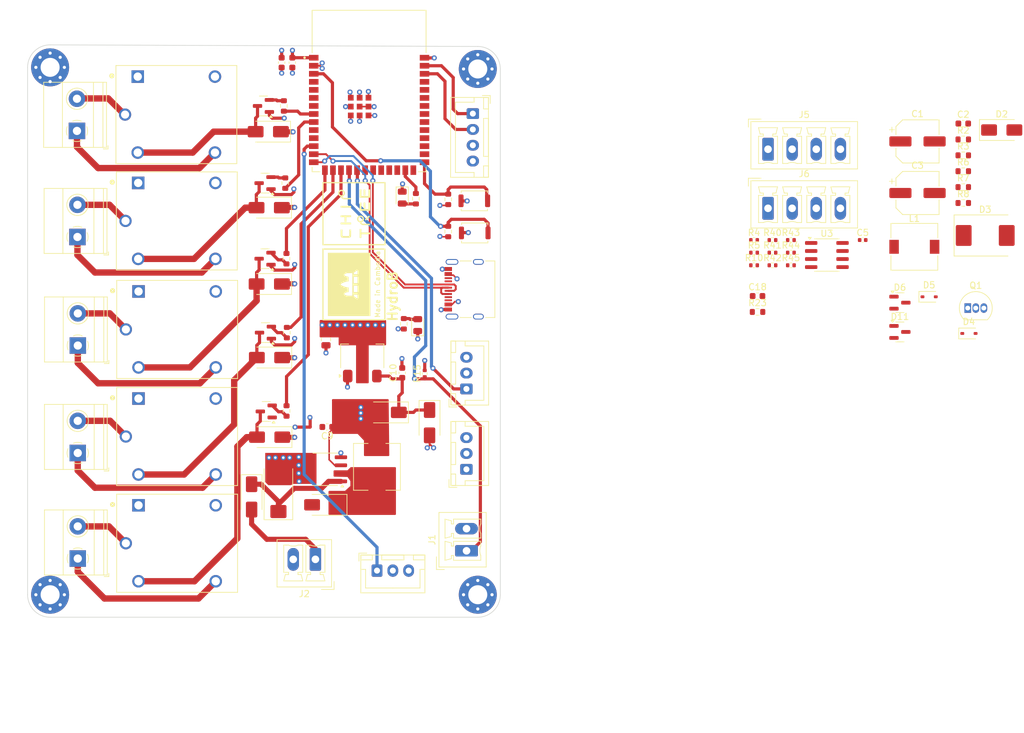
<source format=kicad_pcb>
(kicad_pcb (version 20240108) (generator "pcbnew") (generator_version "8.0")
  (layers (0 "F.Cu" signal) (31 "B.Cu" signal) (34 "B.Paste" user) (35 "F.Paste" user) (36 "B.SilkS" user "B.Silkscreen") (37 "F.SilkS" user "F.Silkscreen") (38 "B.Mask" user) (39 "F.Mask" user) (44 "Edge.Cuts" user))
  (net 0 "")
  (net 1 "GND")
  (net 2 "+24V")
  (net 3 "Net-(U2-BOOT)")
  (net 4 "Net-(D3-K)")
  (net 5 "+12V")
  (net 6 "+3.3V")
  (net 7 "+3V3")
  (net 8 "/HydroB/ESP32-S3/RESET")
  (net 9 "Net-(D1-A)")
  (net 10 "Net-(D2-A)")
  (net 11 "Net-(D4-A)")
  (net 12 "/HydroB/LCD/LED+")
  (net 13 "Net-(D5-A)")
  (net 14 "/HydroB/LCD/AVDD10")
  (net 15 "Net-(D6-A)")
  (net 16 "Net-(D6-COM)")
  (net 17 "Net-(D7-A)")
  (net 18 "Net-(D8-A)")
  (net 19 "Net-(D10-A)")
  (net 20 "Net-(D11-COM)")
  (net 21 "/HydroB/LCD/VGH")
  (net 22 "Net-(D14-A)")
  (net 23 "Net-(D15-A)")
  (net 24 "Net-(J5-Pin_2)")
  (net 25 "Net-(J5-Pin_3)")
  (net 26 "Net-(J14-Pin_1)")
  (net 27 "Net-(J14-Pin_2)")
  (net 28 "Net-(J15-Pin_2)")
  (net 29 "Net-(J15-Pin_1)")
  (net 30 "Net-(J16-Pin_2)")
  (net 31 "Net-(J16-Pin_1)")
  (net 32 "Net-(J17-Pin_1)")
  (net 33 "Net-(J17-Pin_2)")
  (net 34 "Net-(J18-Pin_1)")
  (net 35 "Net-(J18-Pin_2)")
  (net 38 "/HydroB/ESP32-S3/D-")
  (net 39 "/HydroB/ESP32-S3/D+")
  (net 51 "Net-(Q1-B)")
  (net 52 "Net-(Q1-C)")
  (net 53 "Net-(Q6-B)")
  (net 54 "Net-(Q7-B)")
  (net 55 "Net-(Q8-B)")
  (net 56 "Net-(Q9-B)")
  (net 57 "Net-(Q10-B)")
  (net 59 "Net-(U2-VSENSE)")
  (net 60 "Net-(U4-PG)")
  (net 61 "Net-(U4-NC)")
  (net 62 "/HydroB/Block Relay1/RELAY_1")
  (net 63 "/HydroB/Block Relay1/RELAY_4")
  (net 64 "/HydroB/Block Relay1/RELAY_2")
  (net 65 "/HydroB/Block Relay1/RELAY_5")
  (net 66 "/HydroB/Block Relay1/RELAY_3")
  (net 67 "/HydroB/ESP32-S3/BOOT")
  (net 68 "RST")
  (net 69 "INT")
  (net 70 "SCL")
  (net 71 "SDA")
  (net 72 "/HydroB/Block Sensor1/IO38")
  (net 73 "/HydroB/ESP32-S3/IO10")
  (net 75 "unconnected-(U1-IO11-Pad19)")
  (net 77 "/HydroB/ESP32-S3/IO46")
  (net 78 "/HydroB/ESP32-S3/IO14")
  (net 79 "/HydroB/ESP32-S3/IO1")
  (net 80 "/HydroB/ESP32-S3/IO16")
  (net 81 "/HydroB/Block Sensor1/RS485_RX")
  (net 82 "/HydroB/ESP32-S3/IO45")
  (net 83 "/HydroB/ESP32-S3/IO6")
  (net 84 "/HydroB/ESP32-S3/IO9")
  (net 85 "/HydroB/ESP32-S3/IO15")
  (net 87 "/HydroB/Block Sensor1/EN_RS485")
  (net 88 "/HydroB/ESP32-S3/IO42")
  (net 89 "/HydroB/ESP32-S3/IO4")
  (net 90 "/HydroB/ESP32-S3/IO8")
  (net 91 "/HydroB/ESP32-S3/IO3")
  (net 92 "/HydroB/ESP32-S3/IO7")
  (net 93 "/HydroB/ESP32-S3/IO40")
  (net 94 "/HydroB/ESP32-S3/IO48")
  (net 95 "/HydroB/ESP32-S3/IO41")
  (net 96 "/HydroB/ESP32-S3/IO5")
  (net 97 "/HydroB/ESP32-S3/IO39")
  (net 98 "/HydroB/Block Sensor1/RS485_TX")
  (net 99 "/HydroB/ESP32-S3/IO47")
  (net 101 "/HydroB/ESP32-S3/IO21")
  (footprint "Diode_SMD:D_SMA" (layer "F.Cu") (at 145.070472 73.091 180)
    (property "Reference" "D10" (hide yes))
    (property "Value" "1N4007")
  )
  (footprint "Resistor_SMD:R_0603_1608Metric" (layer "F.Cu") (at 173.352 76.860528 -90)
    (property "Reference" "R17" (hide yes))
    (property "Value" "10k")
  )
  (footprint "MOD FILE:XCVR_ESP32-S3-WROOM-1-N16R2" (layer "F.Cu") (at 160.859472 54.663)
    (property "Reference" "U1" (hide yes))
    (property "Value" "ESP32-S3-WROOM-1-N16R2")
  )
  (footprint "MountingHole:MountingHole_3mm_Pad_Via" (layer "F.Cu") (at 110.461472 50.927)
    (property "Reference" "H6" (hide yes))
    (property "Value" "MountingHole")
  )
  (footprint "Resistor_SMD:R_0603_1608Metric" (layer "F.Cu") (at 147.610472 69.215 90)
    (property "Reference" "R12" (hide yes))
    (property "Value" "470")
  )
  (footprint "Connector_Phoenix_MC:PhoenixContact_MCV_1,5_2-G-3.5_1x02_P3.50mm_Vertical" (layer "F.Cu") (at 152.371472 128.651 180)
    (property "Reference" "J2")
    (property "Value" "Conn_01x02_Pin")
  )
  (footprint "Diode_SMD:D_SMA" (layer "F.Cu") (at 260.797 60.824)
    (property "Reference" "D2")
    (property "Value" "1N4007")
  )
  (footprint "Diode_SMD:D_SMC" (layer "F.Cu") (at 258.187 77.484)
    (property "Reference" "D3")
    (property "Value" "B340")
  )
  (footprint "CHIPTREE_LOGO:cam10x10" (layer "F.Cu") (at 157.705472 85.217 90)
    (property "Reference" "G***" (hide yes))
    (property "Value" "LOGO" (hide yes))
  )
  (footprint "Connector_Phoenix_MC:PhoenixContact_MCV_1,5_4-G-3.81_1x04_P3.81mm_Vertical" (layer "F.Cu") (at 223.877 73.194)
    (property "Reference" "J6")
    (property "Value" "EC SENSOR")
  )
  (footprint "Inductor_SMD:L_7.3x7.3_H4.5" (layer "F.Cu") (at 246.992 79.274)
    (property "Reference" "L1")
    (property "Value" "68uH")
  )
  (footprint "Package_SO:SOIC-8_3.9x4.9mm_P1.27mm" (layer "F.Cu") (at 233.172 80.574)
    (property "Reference" "U3")
    (property "Value" "SN65HVD72DR")
  )
  (footprint "Package_TO_SOT_SMD:SOT-223-3_TabPin2" (layer "F.Cu") (at 159.774972 96.5435 90)
    (property "Reference" "U5" (hide yes))
    (property "Value" "AMS1117-3.3")
  )
  (footprint "Resistor_SMD:R_0603_1608Metric" (layer "F.Cu") (at 147.8115 105.205528 -90)
    (property "Reference" "R14" (hide yes))
    (property "Value" "470")
  )
  (footprint "Package_TO_SOT_SMD:SOT-23" (layer "F.Cu") (at 244.712 92.724)
    (property "Reference" "D11")
    (property "Value" "BAT54S")
  )
  (footprint "Connector_Phoenix_MC:PhoenixContact_MCV_1,5_4-G-3.81_1x04_P3.81mm_Vertical" (layer "F.Cu") (at 223.877 63.859)
    (property "Reference" "J5")
    (property "Value" "PH SENSOR")
  )
  (footprint "Package_TO_SOT_SMD:SOT-23" (layer "F.Cu") (at 144.418972 81.153 180)
    (property "Reference" "Q9" (hide yes))
    (property "Value" "S8050")
  )
  (footprint "Resistor_SMD:R_0402_1005Metric" (layer "F.Cu") (at 224.582 80.204)
    (property "Reference" "R41")
    (property "Value" "NC")
  )
  (footprint "Capacitor_SMD:C_0603_1608Metric" (layer "F.Cu") (at 148.727472 50.178 -90)
    (property "Reference" "C4" (hide yes))
    (property "Value" "10uF")
  )
  (footprint "Capacitor_SMD:C_0402_1005Metric" (layer "F.Cu") (at 238.832 78.204)
    (property "Reference" "C5")
    (property "Value" "0.1uF")
  )
  (footprint "Capacitor_SMD:C_0603_1608Metric" (layer "F.Cu") (at 154.244 107.734528 180)
    (property "Reference" "C9")
    (property "Value" "1uF")
  )
  (footprint "Connector_JST:JST_XH_B3B-XH-A_1x03_P2.50mm_Vertical" (layer "F.Cu") (at 176.230472 101.727 90)
    (property "Reference" "J21" (hide yes))
    (property "Value" "DS18B20 sensor")
  )
  (footprint "Connector_JST:JST_XH_B4B-XH-A_1x04_P2.50mm_Vertical" (layer "F.Cu") (at 177.244 58.234528 -90)
    (property "Reference" "J20" (hide yes))
    (property "Value" "LCD")
  )
  (footprint "SRD-05VDC-SL-C:RELAY_SRD-05VDC-SL-C" (layer "F.Cu") (at 130.475472 75.184)
    (property "Reference" "K8" (hide yes))
    (property "Value" "SRD-05VDC-SL-C")
  )
  (footprint "Package_SO:SOIC-8_3.9x4.9mm_P1.27mm" (layer "F.Cu") (at 153.927472 114.427 180)
    (property "Reference" "U4" (hide yes))
    (property "Value" "XL1509-5.0")
  )
  (footprint "Resistor_SMD:R_0603_1608Metric" (layer "F.Cu") (at 254.722 69.844)
    (property "Reference" "R7")
    (property "Value" "1.96M")
  )
  (footprint "Connector_JST:JST_XH_B3B-XH-A_1x03_P2.50mm_Vertical" (layer "F.Cu") (at 176.230472 114.427 90)
    (property "Reference" "J24" (hide yes))
    (property "Value" "Fan")
  )
  (footprint "Capacitor_SMD:CP_Elec_6.3x5.4_Nichicon" (layer "F.Cu") (at 247.492 70.774)
    (property "Reference" "C3")
    (property "Value" "47uF")
  )
  (footprint "Button_Switch_SMD:SW_Push_SPST_NO_Alps_SKRK" (layer "F.Cu") (at 177.543 77.083)
    (property "Reference" "SW3" (hide yes))
    (property "Value" "K2")
  )
  (footprint "Resistor_SMD:R_0402_1005Metric" (layer "F.Cu") (at 224.582 78.214)
    (property "Reference" "R40")
    (property "Value" "10k")
  )
  (footprint "Capacitor_Tantalum_SMD:CP_EIA-7343-30_AVX-N" (layer "F.Cu") (at 146.529472 117.983 90)
    (property "Reference" "C8" (hide yes))
    (property "Value" "470uf/35V")
  )
  (footprint "Resistor_SMD:R_0402_1005Metric" (layer "F.Cu") (at 221.672 82.194)
    (property "Reference" "R10")
    (property "Value" "2.1k")
  )
  (footprint "Diode_SMD:D_SMA" (layer "F.Cu") (at 153.844 120.034528 180)
    (property "Reference" "D17" (hide yes))
    (property "Value" "1N5820")
  )
  (footprint "Capacitor_SMD:CP_Elec_6.3x5.4_Nichicon" (layer "F.Cu") (at 247.492 62.624)
    (property "Reference" "C1")
    (property "Value" "4.7uF")
  )
  (footprint "Diode_SMD:D_SMA" (layer "F.Cu") (at 145.1465 109.348528 180)
    (property "Reference" "D15" (hide yes))
    (property "Value" "1N4007")
  )
  (footprint "Button_Switch_SMD:SW_Push_SPST_NO_Alps_SKRK" (layer "F.Cu") (at 177.475 72.009)
    (property "Reference" "SW4" (hide yes))
    (property "Value" "K1")
  )
  (footprint "Resistor_SMD:R_0603_1608Metric" (layer "F.Cu") (at 222.222 89.564)
    (property "Reference" "R23")
    (property "Value" "10k")
  )
  (footprint "Package_TO_SOT_SMD:SOT-23" (layer "F.Cu") (at 244.712 88.099)
    (property "Reference" "D6")
    (property "Value" "BAT54S")
  )
  (footprint "MountingHole:MountingHole_3mm_Pad_Via" (layer "F.Cu") (at 110.461472 134.239)
    (property "Reference" "H7" (hide yes))
    (property "Value" "MountingHole")
  )
  (footprint "Capacitor_SMD:C_0603_1608Metric" (layer "F.Cu") (at 254.722 59.804)
    (property "Reference" "C2")
    (property "Value" "0.01uF")
  )
  (footprint "Resistor_SMD:R_0603_1608Metric" (layer "F.Cu") (at 168.246472 71.6765 -90)
    (property "Reference" "R1" (hide yes))
    (property "Value" "1k")
  )
  (footprint "Diode_SMD:D_SMA" (layer "F.Cu") (at 145.083972 85.151 180)
    (property "Reference" "D14" (hide yes))
    (property "Value" "1N4007")
  )
  (footprint "Connector_JST:JST_XH_B3B-XH-A_1x03_P2.50mm_Vertical" (layer "F.Cu") (at 162.103472 130.429)
    (property "Reference" "J23" (hide yes))
    (property "Value" "PH sensor")
  )
  (footprint "Resistor_SMD:R_0603_1608Metric" (layer "F.Cu") (at 254.722 67.334)
    (property "Reference" "R6")
    (property "Value" "10K")
  )
  (footprint "Connector_Phoenix_MC:PhoenixContact_MCV_1,5_2-G-3.5_1x02_P3.50mm_Vertical" (layer "F.Cu") (at 176.247472 127.301 90)
    (property "Reference" "J1")
    (property "Value" "FAN")
  )
  (footprint "Resistor_SMD:R_0603_1608Metric" (layer "F.Cu") (at 254.722 62.314)
    (property "Reference" "R2")
    (property "Value" "10k")
  )
  (footprint "Resistor_SMD:R_0603_1608Metric" (layer "F.Cu") (at 173.352 71.780528 -90)
    (property "Reference" "R18" (hide yes))
    (property "Value" "10k")
  )
  (footprint "TerminalBlock_Phoenix:TerminalBlock_Phoenix_MKDS-1,5-2-5.08_1x02_P5.08mm_Horizontal" (layer "F.Cu") (at 114.838472 94.874 90)
    (property "Reference" "J17" (hide yes))
    (property "Value" "Screw_Terminal_01x02")
  )
  (footprint "Diode_SMD:D_SOD-323" (layer "F.Cu") (at 249.327 87.174)
    (property "Reference" "D5")
    (property "Value" "1N4148WS")
  )
  (footprint "Resistor_SMD:R_0402_1005Metric" (layer "F.Cu") (at 169.643472 99.312 90)
    (property "Reference" "R15")
    (property "Value" "120")
  )
  (footprint "Resistor_SMD:R_0603_1608Metric" (layer "F.Cu") (at 147.388472 57.023 90)
    (property "Reference" "R9" (hide yes))
    (property "Value" "470")
  )
  (footprint "Capacitor_SMD:C_0805_2012Metric" (layer "F.Cu") (at 154.044 93.884528 -90)
    (property "Reference" "C12" (hide yes))
    (property "Value" "10uf")
  )
  (footprint "Resistor_SMD:R_0402_1005Metric" (layer "F.Cu") (at 224.582 82.194)
    (property "Reference" "R42")
    (property "Value" "5.1K")
  )
  (footprint "Diode_SMD:D_SOD-323" (layer "F.Cu") (at 255.617 92.964)
    (property "Reference" "D4")
    (property "Value" "1N4148WS")
  )
  (footprint "Capacitor_SMD:C_0603_1608Metric" (layer "F.Cu") (at 147.037472 50.178 -90)
    (property "Reference" "C6" (hide yes))
    (property "Value" "0.1uF")
  )
  (footprint "Diode_SMD:D_SMA" (layer "F.Cu") (at 163.547472 105.434528 180)
    (property "Reference" "D18" (hide yes))
    (property "Value" "B120-E3")
  )
  (footprint "Resistor_SMD:R_0402_1005Metric" (layer "F.Cu") (at 227.492 82.194)
    (property "Reference" "R45")
    (property "Value" "NC")
  )
  (footprint "Connector_USB:USB_C_Receptacle_Palconn_UTC16-G" (layer "F.Cu") (at 175.880472 85.979 90)
    (property "Reference" "J26" (hide yes))
    (property "Value" "USB_C_2.0")
  )
  (footprint "MountingHole:MountingHole_3mm_Pad_Via" (layer "F.Cu") (at 178.025472 134.239)
    (property "Reference" "H5" (hide yes))
    (property "Value" "MountingHole")
  )
  (footprint "Package_TO_SOT_THT:TO-92_Inline" (layer "F.Cu") (at 255.432 88.954)
    (property "Reference" "Q1")
    (property "Value" "S8050")
  )
  (footprint "Resistor_SMD:R_0402_1005Metric" (layer "F.Cu") (at 227.492 80.204)
    (property "Reference" "R44")
    (property "Value" "0R")
  )
  (footprint "LED_SMD:LED_0805_2012Metric" (layer "F.Cu") (at 166.087472 71.501 -90)
    (property "Reference" "D1" (hide yes))
    (property "Value" "LED_Small")
  )
  (footprint "Diode_SMD:D_SMA" (layer "F.Cu") (at 144.926972 61.087 180)
    (property "Reference" "D7" (hide yes))
    (property "Value" "1N4007")
  )
  (footprint "SRD-05VDC-SL-C:RELAY_SRD-05VDC-SL-C" (layer "F.Cu") (at 130.523472 109.246)
    (property "Reference" "K7" (hide yes))
    (property "Value" "SRD-05VDC-SL-C")
  )
  (footprint "SRD-05VDC-SL-C:RELAY_SRD-05VDC-SL-C" (layer "F.Cu") (at 130.404472 58.389)
    (property "Reference" "K5" (hide yes))
    (property "Value" "SRD-05VDC-SL-C")
  )
  (footprint "Diode_SMD:D_SMA" (layer "F.Cu") (at 142.294 118.784528 -90)
    (property "Reference" "D16" (hide yes))
    (property "Value" "1N4007")
  )
  (footprint "SRD-05VDC-SL-C:RELAY_SRD-05VDC-SL-C" (layer "F.Cu") (at 130.531472 92.329)
    (property "Reference" "K9" (hide yes))
    (property "Value" "SRD-05VDC-SL-C")
  )
  (footprint "Package_TO_SOT_SMD:SOT-23" (layer "F.Cu") (at 144.164972 57.023 180)
    (property "Reference" "Q6" (hide yes))
    (property "Value" "S8050")
  )
  (footprint "TerminalBlock_Phoenix:TerminalBlock_Phoenix_MKDS-1,5-2-5.08_1x02_P5.08mm_Horizontal" (layer "F.Cu") (at 114.779472 77.724 90)
    (property "Reference" "J16" (hide yes))
    (property "Value" "Screw_Terminal_01x02")
  )
  (footprint "Resistor_SMD:R_0402_1005Metric" (layer "F.Cu") (at 227.492 78.214)
    (property "Reference" "R43")
    (property "Value" "5.1K")
  )
  (footprint "Diode_SMD:D_SMA" (layer "F.Cu") (at 170.405472 107.061 -90)
    (property "Reference" "D19" (hide yes))
    (property "Value" "B120-E3")
  )
  (footprint "Capacitor_SMD:C_0603_1608Metric" (layer "F.Cu") (at 166.087472 99.187 90)
    (property "Reference" "C10")
    (property "Value" "1uF")
  )
  (footprint "Resistor_SMD:R_0402_1005Metric" (layer "F.Cu") (at 221.672 80.204)
    (property "Reference" "R5")
    (property "Value" "124")
  )
  (footprint "Capacitor_SMD:C_0603_1608Metric" (layer "F.Cu") (at 222.222 87.054)
    (property "Reference" "C18")
    (property "Value" "0.1uF")
  )
  (footprint "Resistor_SMD:R_0603_1608Metric" (layer "F.Cu") (at 166.341472 91.438 90)
    (property "Reference" "R16" (hide yes))
    (property "Value" "1k")
  )
  (footprint "TerminalBlock_Phoenix:TerminalBlock_Phoenix_MKDS-1,5-2-5.08_1x02_P5.08mm_Horizontal" (layer "F.Cu") (at 114.703472 60.965 90)
    (property "Reference" "J14" (hide yes))
    (property "Value" "Screw_Terminal_01x02")
  )
  (footprint "SRD-05VDC-SL-C:RELAY_SRD-05VDC-SL-C" (layer "F.Cu") (at 130.527472 126.111)
    (property "Reference" "K10" (hide yes))
    (property "Value" "SRD-05VDC-SL-C")
  )
  (footprint "Resistor_SMD:R_0402_1005Metric" (layer "F.Cu") (at 221.672 78.214)
    (property "Reference" "R4")
    (property "Value" "2.1k")
  )
  (footprint "Package_TO_SOT_SMD:SOT-23" (layer "F.Cu") (at 144.418972 69.215 180)
    (property "Reference" "Q8" (hide yes))
    (property "Value" "S8050")
  )
  (footprint "Package_TO_SOT_SMD:SOT-23" (layer "F.Cu") (at 144.4815 92.834528 180)
    (property "Reference" "Q7" (hide yes))
    (property "Value" "S8050")
  )
  (footprint "TerminalBlock_Phoenix:TerminalBlock_Phoenix_MKDS-1,5-2-5.08_1x02_P5.08mm_Horizontal" (layer "F.Cu") (at 114.830472 128.524 90)
    (property "Reference" "J18" (hide yes))
    (property "Value" "Screw_Terminal_01x02")
  )
  (footprint "Resistor_SMD:R_0603_1608Metric" (layer "F.Cu") (at 147.799472 81.153 -90)
    (property "Reference" "R13" (hide yes))
    (property "Value" "470")
  )
  (footprint "CHIPTREE_LOGO:CHPTREE-10x10mm" (layer "F.Cu") (at 158.467472 74.041 90)
    (property "Reference" "G***" (hide yes))
    (property "Value" "LOGO" (hide yes))
  )
  (footprint "LED_SMD:LED_0805_2012Metric" (layer "F.Cu") (at 168.536472 91.644 90)
    (property "Reference" "D20" (hide yes))
    (property "Value" "LED_Small")
  )
  (footprint "Diode_SMD:D_SMA" (layer "F.Cu") (at 145.12 96.773528 180)
    (property "Reference" "D8" (hide yes))
    (property "Value" "1N4007")
  )
  (footprint "Package_TO_SOT_SMD:SOT-23" (layer "F.Cu") (at 144.6065 105.284528 180)
    (property "Reference" "Q10" (hide yes))
    (property "Value" "S8050")
  )
  (footprint "TerminalBlock_Phoenix:TerminalBlock_Phoenix_MKDS-1,5-2-5.08_1x02_P5.08mm_Horizontal" (layer "F.Cu") (at 114.826472 111.8495 90)
    (property "Reference" "J15" (hide yes))
    (property "Value" "Screw_Terminal_01x02")
  )
  (footprint "Resistor_SMD:R_0603_1608Metric" (layer "F.Cu") (at 147.862 92.834528 -90)
    (property "Reference" "R11" (hide yes))
    (property "Value" "470")
  )
  (footprint "MountingHole:MountingHole_3mm_Pad_Via" (layer "F.Cu") (at 178.025472 51.181)
    (property "Reference" "H8" (hide yes))
    (property "Value" "MountingHole")
  )
  (footprint "Resistor_SMD:R_0603_1608Metric" (layer "F.Cu") (at 254.722 72.354)
    (property "Reference" "R8")
    (property "Value" "1.18M")
  )
  (footprint "Inductor_SMD:L_7.3x7.3_H3.5" (layer "F.Cu") (at 162.094 114.034528 90)
    (property "Reference" "L2" (hide yes))
    (property "Value" "68uH")
  )
  (footprint "Resistor_SMD:R_0603_1608Metric" (layer "F.Cu") (at 254.722 64.824)
    (property "Reference" "R3")
    (property "Value" "1.13k")
  )
  (gr_rect (start 153.565272 79.629) (end 163.344272 90.805) (stroke (width 0.2)) (fill none) (layer "F.SilkS"))
  (gr_arc (start 181.581472 134.239) (mid 180.539952 136.75348) (end 178.025472 137.795) (stroke (width 0.1)) (layer "Edge.Cuts"))
  (gr_line (start 110.461472 137.795) (end 178.025472 137.795) (stroke (width 0.1)) (layer "Edge.Cuts"))
  (gr_line (start 181.581472 134.239) (end 181.581472 51.181) (stroke (width 0.1)) (layer "Edge.Cuts"))
  (gr_line (start 178.025472 47.625) (end 110.461472 47.371) (stroke (width 0.1)) (layer "Edge.Cuts"))
  (gr_arc (start 178.025472 47.625) (mid 180.539964 48.666508) (end 181.581472 51.181) (stroke (width 0.1)) (layer "Edge.Cuts"))
  (gr_arc (start 106.905472 50.927) (mid 107.947008 48.412536) (end 110.461472 47.371) (stroke (width 0.1)) (layer "Edge.Cuts"))
  (gr_arc (start 110.461472 137.795) (mid 107.94702 136.753452) (end 106.905472 134.239) (stroke (width 0.1)) (layer "Edge.Cuts"))
  (gr_line (start 106.905472 50.927) (end 106.905472 134.239) (stroke (width 0.1)) (layer "Edge.Cuts"))
  (gr_text "Made in Cambodia " (at 162.644 90.551128 90) (layer "F.SilkS") (effects (font (size 0.75 0.75) (thickness 0.125)) (justify left bottom)))
  (gr_text "HydroB" (at 165.444 91.234528 90) (layer "F.SilkS") (effects (font (size 1.5 1.5) (thickness 0.3) (bold yes)) (justify left bottom)))
  (segment (start 143.794 116.784528) (end 142.294 116.784528) (width 0.8) (layer "F.Cu") (net 0))
  (segment (start 150.111 90.367528) (end 150.111 75.667528) (width 0.5) (layer "F.Cu") (net 0))
  (segment (start 151.409944 113.834528) (end 151.452472 113.792) (width 0.5) (layer "F.Cu") (net 0))
  (segment (start 170.405472 110.673056) (end 170.044 111.034528) (width 0.25) (layer "F.Cu") (net 0))
  (segment (start 168.053472 100.137) (end 168.018 100.101528) (width 0.5) (layer "F.Cu") (net 0))
  (segment (start 176.247472 127.301) (end 177.013528 127.301) (width 0.5) (layer "F.Cu") (net 0))
  (segment (start 151.389944 112.584528) (end 151.452472 112.522) (width 0.5) (layer "F.Cu") (net 0))
  (segment (start 156.402472 112.522) (end 156.402472 111.843) (width 0.5) (layer "F.Cu") (net 0))
  (segment (start 169.643472 100.137) (end 168.053472 100.137) (width 0.5) (layer "F.Cu") (net 0))
  (segment (start 168.246472 70.8515) (end 168.246472 69.837) (width 0.5) (layer "F.Cu") (net 0))
  (segment (start 150.111 75.667528) (end 155.144472 70.634056) (width 0.5) (layer "F.Cu") (net 0))
  (segment (start 151.452472 113.792) (end 149.751072 113.792) (width 0.5) (layer "F.Cu") (net 0))
  (segment (start 150.644528 59.563) (end 152.109472 59.563) (width 0.5) (layer "F.Cu") (net 0))
  (segment (start 147.8115 99.767028) (end 151.254 96.324528) (width 0.5) (layer "F.Cu") (net 0))
  (segment (start 146.529472 119.934528) (end 149.029472 117.434528) (width 0.8) (layer "F.Cu") (net 0))
  (segment (start 166.341472 90.613) (end 167.222472 90.613) (width 0.5) (layer "F.Cu") (net 0))
  (segment (start 151.518472 107.760056) (end 151.544 107.734528) (width 0.5) (layer "F.Cu") (net 0))
  (segment (start 151.452472 116.332) (end 149.796528 116.332) (width 0.5) (layer "F.Cu") (net 0))
  (segment (start 157.731 68.859528) (end 157.731 67.209528) (width 0.5) (layer "F.Cu") (net 0))
  (segment (start 149.029472 117.434528) (end 153.344 117.434528) (width 0.8) (layer "F.Cu") (net 0))
  (segment (start 149.781072 112.522) (end 149.7436 112.484528) (width 0.5) (layer "F.Cu") (net 0))
  (segment (start 147.610472 70.04) (end 149.73 67.920472) (width 0.5) (layer "F.Cu") (net 0))
  (segment (start 146.529472 119.52) (end 143.794 116.784528) (width 0.8) (layer "F.Cu") (net 0))
  (segment (start 151.544 106.269528) (end 151.506528 106.232056) (width 0.5) (layer "F.Cu") (net 0))
  (segment (start 156.402472 111.843) (end 156.394 111.834528) (width 0.5) (layer "F.Cu") (net 0))
  (segment (start 170.974472 100.137) (end 169.643472 100.137) (width 0.5) (layer "F.Cu") (net 0))
  (segment (start 152.109472 58.293) (end 150.002472 58.293) (width 0.5) (layer "F.Cu") (net 0))
  (segment (start 149.73 67.920472) (end 149.73 60.477528) (width 0.5) (layer "F.Cu") (net 0))
  (segment (start 147.799472 76.379056) (end 153.874472 70.304056) (width 0.5) (layer "F.Cu") (net 0))
  (segment (start 151.449944 116.334528) (end 151.452472 116.332) (width 0.5) (layer "F.Cu") (net 0))
  (segment (start 157.731 67.209528) (end 157.684472 67.163) (width 0.5) (layer "F.Cu") (net 0))
  (segment (start 167.344 90.734528) (end 168.508444 90.734528) (width 0.5) (layer "F.Cu") (net 0))
  (segment (start 151.429944 115.084528) (end 151.452472 115.062) (width 0.5) (layer "F.Cu") (net 0))
  (segment (start 168.544 92.589028) (end 168.536472 92.5815) (width 0.5) (layer "F.Cu") (net 0))
  (segment (start 170.405472 109.061) (end 170.405472 110.673056) (width 0.25) (layer "F.Cu") (net 0))
  (segment (start 155.144472 70.634056) (end 155.144472 67.163) (width 0.5) (layer "F.Cu") (net 0))
  (segment (start 153.874472 70.304056) (end 153.874472 67.163) (width 0.5) (layer "F.Cu") (net 0))
  (segment (start 150.002472 58.293) (end 149.557472 57.848) (width 0.5) (layer "F.Cu") (net 0))
  (segment (start 177.013528 127.301) (end 178.432 125.882528) (width 0.5) (layer "F.Cu") (net 0))
  (segment (start 156.414472 70.964056) (end 156.414472 67.163) (width 0.5) (layer "F.Cu") (net 0))
  (segment (start 168.246472 69.837) (end 166.574472 68.165) (width 0.5) (layer "F.Cu") (net 0))
  (segment (start 149.796528 116.332) (end 149.794 116.334528) (width 0.5) (layer "F.Cu") (net 0))
  (segment (start 167.222472 90.613) (end 167.344 90.734528) (width 0.5) (layer "F.Cu") (net 0))
  (segment (start 148.469 92.009528) (end 150.111 90.367528) (width 0.5) (layer "F.Cu") (net 0))
  (segment (start 170.405472 109.061) (end 170.405472 110.396) (width 0.25) (layer "F.Cu") (net 0))
  (segment (start 149.755316 115.062) (end 149.7436 115.050284) (width 0.5) (layer "F.Cu") (net 0))
  (segment (start 147.862 92.009528) (end 148.469 92.009528) (width 0.5) (layer "F.Cu") (net 0))
  (segment (start 165.472472 92.263) (end 165.444 92.234528) (width 0.25) (layer "F.Cu") (net 0))
  (segment (start 149.557472 57.848) (end 147.388472 57.848) (width 0.5) (layer "F.Cu") (net 0))
  (segment (start 147.8115 104.380528) (end 147.8115 99.767028) (width 0.5) (layer "F.Cu") (net 0))
  (segment (start 151.254 76.124528) (end 156.414472 70.964056) (width 0.5) (layer "F.Cu") (net 0))
  (segment (start 149.73 60.477528) (end 150.644528 59.563) (width 0.5) (layer "F.Cu") (net 0))
  (segment (start 151.544 107.734528) (end 151.544 106.269528) (width 0.5) (layer "F.Cu") (net 0))
  (segment (start 156.415 112.534528) (end 156.402472 112.522) (width 0.5) (layer "F.Cu") (net 0))
  (segment (start 154.044 96.034528) (end 154.044 94.834528) (width 0.5) (layer "F.Cu") (net 0))
  (segment (start 157.444 101.434528) (end 157.444 99.724472) (width 0.5) (layer "F.Cu") (net 0))
  (segment (start 166.574472 68.165) (end 166.574472 67.163) (width 0.5) (layer "F.Cu") (net 0))
  (segment (start 168.544 93.834528) (end 168.544 92.589028) (width 0.5) (layer "F.Cu") (net 0))
  (segment (start 149.157528 107.760056) (end 151.518472 107.760056) (width 0.5) (layer "F.Cu") (net 0))
  (segment (start 151.452472 115.062) (end 149.755316 115.062) (width 0.5) (layer "F.Cu") (net 0))
  (segment (start 146.529472 121.0955) (end 146.529472 119.52) (width 0.8) (layer "F.Cu") (net 0))
  (segment (start 149.751072 113.792) (end 149.7436 113.784528) (width 0.5) (layer "F.Cu") (net 0))
  (segment (start 170.405472 110.396) (end 171.044 111.034528) (width 0.25) (layer "F.Cu") (net 0))
  (segment (start 154.446528 116.332) (end 156.402472 116.332) (width 0.8) (layer "F.Cu") (net 0))
  (segment (start 166.341472 92.263) (end 165.472472 92.263) (width 0.25) (layer "F.Cu") (net 0))
  (segment (start 157.444 99.724472) (end 157.474972 99.6935) (width 0.5) (layer "F.Cu") (net 0))
  (segment (start 178.432 107.594528) (end 170.974472 100.137) (width 0.5) (layer "F.Cu") (net 0))
  (segment (start 151.254 96.324528) (end 151.254 76.124528) (width 0.5) (layer "F.Cu") (net 0))
  (segment (start 147.799472 80.328) (end 147.799472 76.379056) (width 0.5) (layer "F.Cu") (net 0))
  (segment (start 153.344 117.434528) (end 154.446528 116.332) (width 0.8) (layer "F.Cu") (net 0))
  (segment (start 146.529472 121.0955) (end 146.529472 119.934528) (width 0.8) (layer "F.Cu") (net 0))
  (segment (start 151.452472 112.522) (end 149.781072 112.522) (width 0.5) (layer "F.Cu") (net 0))
  (segment (start 168.508444 90.734528) (end 168.536472 90.7065) (width 0.5) (layer "F.Cu") (net 0))
  (segment (start 178.432 125.882528) (end 178.432 107.594528) (width 0.5) (layer "F.Cu") (net 0))
  (via (at 170.044 111.034528) (size 0.8) (drill 0.4) (layers "F.Cu" "B.Cu") (net 0))
  (via (at 176.344 72.034528) (size 0.8) (drill 0.4) (layers "F.Cu" "B.Cu") (net 0))
  (via (at 176.527 77.034528) (size 0.8) (drill 0.4) (layers "F.Cu" "B.Cu") (net 0))
  (via (at 159.444 91.634528) (size 0.8) (drill 0.4) (layers "F.Cu" "B.Cu") (net 0))
  (via (at 157.044 91.634528) (size 0.8) (drill 0.4) (layers "F.Cu" "B.Cu") (net 0))
  (via (at 153.444 91.634528) (size 0.8) (drill 0.4) (layers "F.Cu" "B.Cu") (net 0))
  (via (at 166.144 69.334528) (size 0.8) (drill 0.4) (layers "F.Cu" "B.Cu") (net 0))
  (via (at 172.238788 89.223135) (size 0.8) (drill 0.4) (layers "F.Cu" "B.Cu") (net 0))
  (via (at 146.044 112.584528) (size 0.8) (drill 0.4) (layers "F.Cu" "B.Cu") (net 0))
  (via (at 145.044 112.584528) (size 0.8) (drill 0.4) (layers "F.Cu" "B.Cu") (net 0))
  (via (at 148.744 48.234528) (size 0.8) (drill 0.4) (layers "F.Cu" "B.Cu") (net 0))
  (via (at 147.444 58.953528) (size 0.8) (drill 0.4) (layers "F.Cu" "B.Cu") (net 0))
  (via (at 148.294 112.584528) (size 0.8) (drill 0.4) (layers "F.Cu" "B.Cu") (net 0))
  (via (at 166.044 96.934528) (size 0.8) (drill 0.4) (layers "F.Cu" "B.Cu") (net 0))
  (via (at 159.544 105.534528) (size 0.8) (drill 0.4) (layers "F.Cu" "B.Cu") (net 0))
  (via (at 154.044 96.034528) (size 0.8) (drill 0.4) (layers "F.Cu" "B.Cu") (net 0))
  (via (at 147.294 112.584528) (size 0.8) (drill 0.4) (layers "F.Cu" "B.Cu") (net 0))
  (via (at 157.444 101.434528) (size 0.8) (drill 0.4) (layers "F.Cu" "B.Cu") (net 0))
  (via (at 149.7436 113.784528) (size 0.8) (drill 0.4) (layers "F.Cu" "B.Cu") (net 0))
  (via (at 160.644 91.634528) (size 0.8) (drill 0.4) (layers "F.Cu" "B.Cu") (net 0))
  (via (at 157.731 68.859528) (size 0.8) (drill 0.4) (layers "F.Cu" "B.Cu") (net 0))
  (via (at 168.018 100.101528) (size 0.8) (drill 0.4) (layers "F.Cu" "B.Cu") (net 0))
  (via (at 165.444 92.234528) (size 0.8) (drill 0.4) (layers "F.Cu" "B.Cu") (net 0))
  (via (at 147.044 48.234528) (size 0.8) (drill 0.4) (layers "F.Cu" "B.Cu") (net 0))
  (via (at 171.044 111.034528) (size 0.8) (drill 0.4) (layers "F.Cu" "B.Cu") (net 0))
  (via (at 151.506528 106.232056) (size 0.8) (drill 0.4) (layers "F.Cu" "B.Cu") (net 0))
  (via (at 156.394 111.834528) (size 0.8) (drill 0.4) (layers "F.Cu" "B.Cu") (net 0))
  (via (at 154.644 91.634528) (size 0.8) (drill 0.4) (layers "F.Cu" "B.Cu") (net 0))
  (via (at 148.968 70.129528) (size 0.8) (drill 0.4) (layers "F.Cu" "B.Cu") (net 0))
  (via (at 159.544 106.434528) (size 0.8) (drill 0.4) (layers "F.Cu" "B.Cu") (net 0))
  (via (at 163.044 91.634528) (size 0.8) (drill 0.4) (layers "F.Cu" "B.Cu") (net 0))
  (via (at 149.7436 115.050284) (size 0.8) (drill 0.4) (layers "F.Cu" "B.Cu") (net 0))
  (via (at 169.644 97.234528) (size 0.8) (drill 0.4) (layers "F.Cu" "B.Cu") (net 0))
  (via (at 149.095 93.751528) (size 0.8) (drill 0.4) (layers "F.Cu" "B.Cu") (net 0))
  (via (at 161.844 91.634528) (size 0.8) (drill 0.4) (layers "F.Cu" "B.Cu") (net 0))
  (via (at 159.544 104.634528) (size 0.8) (drill 0.4) (layers "F.Cu" "B.Cu") (net 0))
  (via (at 149.095 85.115528) (size 0.8) (drill 0.4) (layers "F.Cu" "B.Cu") (net 0))
  (via (at 172.421595 82.805786) (size 0.8) (drill 0.4) (layers "F.Cu" "B.Cu") (net 0))
  (via (at 155.844 91.634528) (size 0.8) (drill 0.4) (layers "F.Cu" "B.Cu") (net 0))
  (via (at 168.544 93.834528) (size 0.8) (drill 0.4) (layers "F.Cu" "B.Cu") (net 0))
  (via (at 149.095 96.799528) (size 0.8) (drill 0.4) (layers "F.Cu" "B.Cu") (net 0))
  (via (at 149.095 82.067528) (size 0.8) (drill 0.4) (layers "F.Cu" "B.Cu") (net 0))
  (via (at 149.095 109.372528) (size 0.8) (drill 0.4) (layers "F.Cu" "B.Cu") (net 0))
  (via (at 149.7436 112.484528) (size 0.8) (drill 0.4) (layers "F.Cu" "B.Cu") (net 0))
  (via (at 171.144 49.434528) (size 0.8) (drill 0.4) (layers "F.Cu" "B.Cu") (net 0))
  (via (at 149.794 116.334528) (size 0.8) (drill 0.4) (layers "F.Cu" "B.Cu") (net 0))
  (via (at 149.157528 107.760056) (size 0.8) (drill 0.4) (layers "F.Cu" "B.Cu") (net 0))
  (via (at 158.244 91.634528) (size 0.8) (drill 0.4) (layers "F.Cu" "B.Cu") (net 0))
  (segment (start 168.018 96.672528) (end 169.796 94.894528) (width 0.5) (layer "B.Cu") (net 0))
  (segment (start 169.796 84.607528) (end 157.731 72.542528) (width 0.5) (layer "B.Cu") (net 0))
  (segment (start 157.731 72.542528) (end 157.731 68.859528) (width 0.5) (layer "B.Cu") (net 0))
  (segment (start 169.796 94.894528) (end 169.796 84.607528) (width 0.5) (layer "B.Cu") (net 0))
  (segment (start 168.018 100.101528) (end 168.018 96.672528) (width 0.5) (layer "B.Cu") (net 0))
  (segment (start 166.044 98.193528) (end 166.087472 98.237) (width 0.5) (layer "F.Cu") (net 1))
  (segment (start 145.92 71.018528) (end 145.356472 70.455) (width 0.5) (layer "F.Cu") (net 1))
  (segment (start 160.759472 55.723) (end 160.759472 54.75) (width 0.25) (layer "F.Cu") (net 1))
  (segment (start 166.087472 70.5635) (end 166.087472 69.391056) (width 0.5) (layer "F.Cu") (net 1))
  (segment (start 159.359472 58.523) (end 159.359472 59.419056) (width 0.25) (layer "F.Cu") (net 1))
  (segment (start 161.632472 57.123) (end 161.644 57.134528) (width 0.25) (layer "F.Cu") (net 1))
  (segment (start 145.539 58.953528) (end 145.102472 58.517) (width 0.5) (layer "F.Cu") (net 1))
  (segment (start 149.095 82.067528) (end 149.095 82.575528) (width 0.5) (layer "F.Cu") (net 1))
  (segment (start 148.968 70.637528) (end 148.587 71.018528) (width 0.5) (layer "F.Cu") (net 1))
  (segment (start 148.744 48.234528) (end 148.744 49.386472) (width 0.5) (layer "F.Cu") (net 1))
  (segment (start 147.044 48.234528) (end 147.044 49.396472) (width 0.5) (layer "F.Cu") (net 1))
  (segment (start 172.421595 82.805786) (end 172.448381 82.779) (width 0.5) (layer "F.Cu") (net 1))
  (segment (start 142.294 123.084528) (end 142.294 120.784528) (width 0.8) (layer "F.Cu") (net 1))
  (segment (start 175.491472 77.034528) (end 175.443 77.083) (width 0.5) (layer "F.Cu") (net 1))
  (segment (start 176.344 72.034528) (end 175.257 72.034528) (width 0.5) (layer "F.Cu") (net 1))
  (segment (start 161.732472 58.523) (end 161.744 58.534528) (width 0.25) (layer "F.Cu") (net 1))
  (segment (start 148.968 70.129528) (end 148.968 70.637528) (width 0.5) (layer "F.Cu") (net 1))
  (segment (start 157.959472 54.95) (end 157.844 54.834528) (width 0.25) (layer "F.Cu") (net 1))
  (segment (start 147.444 58.953528) (end 145.539 58.953528) (width 0.5) (layer "F.Cu") (net 1))
  (segment (start 172.448381 82.779) (end 173.370472 82.779) (width 0.5) (layer "F.Cu") (net 1))
  (segment (start 166.044 96.934528) (end 166.044 98.193528) (width 0.5) (layer "F.Cu") (net 1))
  (segment (start 160.759472 54.75) (end 160.744 54.734528) (width 0.25) (layer "F.Cu") (net 1))
  (segment (start 157.959472 55.723) (end 157.959472 54.95) (width 0.25) (layer "F.Cu") (net 1))
  (segment (start 176.527 77.034528) (end 175.491472 77.034528) (width 0.5) (layer "F.Cu") (net 1))
  (segment (start 166.087472 69.391056) (end 166.144 69.334528) (width 0.5) (layer "F.Cu") (net 1))
  (segment (start 149.095 82.575528) (end 148.714 82.956528) (width 0.5) (layer "F.Cu") (net 1))
  (segment (start 159.359472 59.419056) (end 159.344 59.434528) (width 0.25) (layer "F.Cu") (net 1))
  (segment (start 159.359472 54.85) (end 159.344 54.834528) (width 0.25) (layer "F.Cu") (net 1))
  (segment (start 148.727472 49.403) (end 152.109472 49.403) (width 0.5) (layer "F.Cu") (net 1))
  (segment (start 157.155528 57.123) (end 157.144 57.134528) (width 0.25) (layer "F.Cu") (net 1))
  (segment (start 145.92 82.956528) (end 145.356472 82.393) (width 0.5) (layer "F.Cu") (net 1))
  (segment (start 157.959472 57.123) (end 157.155528 57.123) (width 0.25) (layer "F.Cu") (net 1))
  (segment (start 148.587 94.767528) (end 149.095 94.259528) (width 0.5) (layer "F.Cu") (net 1))
  (segment (start 145.419 93.784528) (end 145.419 94.266528) (width 0.5) (layer "F.Cu") (net 1))
  (segment (start 152.371472 128.651) (end 152.371472 127.012) (width 0.8) (layer "F.Cu") (net 1))
  (segment (start 145.92 94.767528) (end 148.587 94.767528) (width 0.5) (layer "F.Cu") (net 1))
  (segment (start 175.257 72.034528) (end 175.231472 72.009) (width 0.5) (layer "F.Cu") (net 1))
  (segment (start 171.144 49.434528) (end 169.641 49.434528) (width 0.5) (layer "F.Cu") (net 1))
  (segment (start 159.359472 57.123) (end 160.759472 57.123) (width 0.25) (layer "F.Cu") (net 1))
  (segment (start 147.044 49.396472) (end 147.037472 49.403) (width 0.5) (layer "F.Cu") (net 1))
  (segment (start 159.359472 55.723) (end 159.359472 54.85) (width 0.25) (layer "F.Cu") (net 1))
  (segment (start 157.959472 58.523) (end 157.959472 59.419056) (width 0.25) (layer "F.Cu") (net 1))
  (segment (start 160.759472 57.123) (end 161.632472 57.123) (width 0.25) (layer "F.Cu") (net 1))
  (segment (start 160.759472 58.523) (end 161.732472 58.523) (width 0.25) (layer "F.Cu") (net 1))
  (segment (start 144.694 125.484528) (end 142.294 123.084528) (width 0.8) (layer "F.Cu") (net 1))
  (segment (start 145.419 94.266528) (end 145.92 94.767528) (width 0.5) (layer "F.Cu") (net 1))
  (segment (start 169.641 49.434528) (end 169.609472 49.403) (width 0.5) (layer "F.Cu") (net 1))
  (segment (start 150.844 125.484528) (end 144.694 125.484528) (width 0.8) (layer "F.Cu") (net 1))
  (segment (start 172.282923 89.179) (end 173.370472 89.179) (width 0.5) (layer "F.Cu") (net 1))
  (segment (start 145.356472 70.455) (end 145.356472 70.165) (width 0.5) (layer "F.Cu") (net 1))
  (segment (start 148.744 49.386472) (end 148.727472 49.403) (width 0.5) (layer "F.Cu") (net 1))
  (segment (start 148.714 82.956528) (end 145.92 82.956528) (width 0.5) (layer "F.Cu") (net 1))
  (segment (start 172.238788 89.223135) (end 172.282923 89.179) (width 0.5) (layer "F.Cu") (net 1))
  (segment (start 145.356472 82.393) (end 145.356472 82.103) (width 0.5) (layer "F.Cu") (net 1))
  (segment (start 149.095 94.259528) (end 149.095 93.751528) (width 0.5) (layer "F.Cu") (net 1))
  (segment (start 145.102472 58.517) (end 145.102472 57.973) (width 0.5) (layer "F.Cu") (net 1))
  (segment (start 152.371472 127.012) (end 150.844 125.484528) (width 0.8) (layer "F.Cu") (net 1))
  (segment (start 148.587 71.018528) (end 145.92 71.018528) (width 0.5) (layer "F.Cu") (net 1))
  (segment (start 157.959472 59.419056) (end 157.944 59.434528) (width 0.25) (layer "F.Cu") (net 1))
  (via (at 157.844 54.834528) (size 0.8) (drill 0.4) (layers "F.Cu" "B.Cu") (net 1))
  (via (at 159.344 59.434528) (size 0.8) (drill 0.4) (layers "F.Cu" "B.Cu") (net 1))
  (via (at 159.344 54.834528) (size 0.8) (drill 0.4) (layers "F.Cu" "B.Cu") (net 1))
  (via (at 157.144 57.134528) (size 0.8) (drill 0.4) (layers "F.Cu" "B.Cu") (net 1))
  (via (at 161.644 57.134528) (size 0.8) (drill 0.4) (layers "F.Cu" "B.Cu") (net 1))
  (via (at 160.744 54.734528) (size 0.8) (drill 0.4) (layers "F.Cu" "B.Cu") (net 1))
  (via (at 157.944 59.434528) (size 0.8) (drill 0.4) (layers "F.Cu" "B.Cu") (net 1))
  (via (at 161.744 58.534528) (size 0.8) (drill 0.4) (layers "F.Cu" "B.Cu") (net 1))
  (segment (start 173.370472 88.379) (end 173.965878 88.379) (width 0.25) (layer "F.Cu") (net 2))
  (segment (start 174.163472 83.754) (end 174.744 84.334528) (width 0.25) (layer "F.Cu") (net 2))
  (segment (start 173.370472 83.579) (end 173.545472 83.754) (width 0.25) (layer "F.Cu") (net 2))
  (segment (start 173.545472 83.754) (end 174.163472 83.754) (width 0.25) (layer "F.Cu") (net 2))
  (segment (start 173.965878 88.379) (end 174.41035 87.934528) (width 0.25) (layer "F.Cu") (net 2))
  (segment (start 174.41035 87.934528) (end 174.944 87.934528) (width 0.25) (layer "F.Cu") (net 2))
  (via (at 174.744 84.334528) (size 0.8) (drill 0.4) (layers "F.Cu" "B.Cu") (net 2))
  (via (at 174.944 87.934528) (size 0.8) (drill 0.4) (layers "F.Cu" "B.Cu") (net 2))
  (segment (start 155.427473 113.792) (end 154.544 112.908527) (width 0.25) (layer "F.Cu") (net 5))
  (segment (start 154.544 108.634528) (end 155.444 107.734528) (width 0.25) (layer "F.Cu") (net 5))
  (segment (start 149.095 96.799528) (end 147.146 96.799528) (width 0.8) (layer "F.Cu") (net 5))
  (segment (start 149.095 85.115528) (end 147.119444 85.115528) (width 0.8) (layer "F.Cu") (net 5))
  (segment (start 147.1705 109.372528) (end 147.1465 109.348528) (width 0.8) (layer "F.Cu") (net 5))
  (segment (start 154.544 112.908527) (end 154.544 108.634528) (width 0.25) (layer "F.Cu") (net 5))
  (segment (start 147.119444 85.115528) (end 147.083972 85.151) (width 0.8) (layer "F.Cu") (net 5))
  (segment (start 149.095 73.050528) (end 147.110944 73.050528) (width 0.8) (layer "F.Cu") (net 5))
  (segment (start 155.444 107.734528) (end 156.944 107.734528) (width 0.25) (layer "F.Cu") (net 5))
  (segment (start 149.095 109.372528) (end 147.1705 109.372528) (width 0.8) (layer "F.Cu") (net 5))
  (segment (start 147.110944 73.050528) (end 147.070472 73.091) (width 0.8) (layer "F.Cu") (net 5))
  (segment (start 148.841 61.112528) (end 146.9525 61.112528) (width 0.8) (layer "F.Cu") (net 5))
  (segment (start 147.146 96.799528) (end 147.12 96.773528) (width 0.8) (layer "F.Cu") (net 5))
  (segment (start 156.402472 113.792) (end 155.427473 113.792) (width 0.25) (layer "F.Cu") (net 5))
  (segment (start 146.9525 61.112528) (end 146.926972 61.087) (width 0.8) (layer "F.Cu") (net 5))
  (via (at 149.095 73.050528) (size 0.8) (drill 0.4) (layers "F.Cu" "B.Cu") (net 5))
  (via (at 148.841 61.112528) (size 0.8) (drill 0.4) (layers "F.Cu" "B.Cu") (net 5))
  (segment (start 153.024 50.673) (end 153.444 51.093) (width 0.25) (layer "F.Cu") (net 6))
  (segment (start 152.109472 50.673) (end 153.024 50.673) (width 0.25) (layer "F.Cu") (net 6))
  (segment (start 172.044 72.734528) (end 173.223 72.734528) (width 0.25) (layer "F.Cu") (net 6))
  (segment (start 172.044 77.634528) (end 172.095 77.685528) (width 0.25) (layer "F.Cu") (net 6))
  (segment (start 166.087472 100.137) (end 166.087472 102.334528) (width 0.5) (layer "F.Cu") (net 6))
  (segment (start 165.547472 102.874528) (end 165.547472 105.283) (width 0.5) (layer "F.Cu") (net 6))
  (segment (start 167.870472 105.434528) (end 168.244 105.061) (width 0.5) (layer "F.Cu") (net 6))
  (segment (start 165.547472 105.283) (end 165.699 105.434528) (width 0.5) (layer "F.Cu") (net 6))
  (segment (start 172.095 77.685528) (end 173.352 77.685528) (width 0.25) (layer "F.Cu") (net 6))
  (segment (start 153.005528 50.673) (end 153.444 50.234528) (width 0.25) (layer "F.Cu") (net 6))
  (segment (start 164.446472 100.137) (end 166.087472 100.137) (width 0.5) (layer "F.Cu") (net 6))
  (segment (start 147.037472 50.953) (end 147.037472 51.828) (width 0.25) (layer "F.Cu") (net 6))
  (segment (start 148.727472 51.818) (end 148.744 51.834528) (width 0.25) (layer "F.Cu") (net 6))
  (segment (start 165.699 105.434528) (end 167.870472 105.434528) (width 0.5) (layer "F.Cu") (net 6))
  (segment (start 152.109472 50.673) (end 153.005528 50.673) (width 0.25) (layer "F.Cu") (net 6))
  (segment (start 148.727472 50.953) (end 148.727472 51.818) (width 0.25) (layer "F.Cu") (net 6))
  (segment (start 168.244 105.061) (end 170.405472 105.061) (width 0.5) (layer "F.Cu") (net 6))
  (segment (start 147.037472 51.828) (end 147.044 51.834528) (width 0.25) (layer "F.Cu") (net 6))
  (segment (start 164.002972 99.6935) (end 164.446472 100.137) (width 0.5) (layer "F.Cu") (net 6))
  (segment (start 162.074972 99.6935) (end 164.002972 99.6935) (width 0.5) (layer "F.Cu") (net 6))
  (segment (start 173.223 72.734528) (end 173.352 72.605528) (width 0.25) (layer "F.Cu") (net 6))
  (segment (start 166.087472 102.334528) (end 165.547472 102.874528) (width 0.5) (layer "F.Cu") (net 6))
  (via (at 172.044 77.634528) (size 0.8) (drill 0.4) (layers "F.Cu" "B.Cu") (net 6))
  (via (at 172.044 72.734528) (size 0.8) (drill 0.4) (layers "F.Cu" "B.Cu") (net 6))
  (via (at 148.744 51.834528) (size 0.8) (drill 0.4) (layers "F.Cu" "B.Cu") (net 6))
  (via (at 153.444 51.093) (size 0.8) (drill 0.4) (layers "F.Cu" "B.Cu") (net 6))
  (via (at 153.444 50.234528) (size 0.8) (drill 0.4) (layers "F.Cu" "B.Cu") (net 6))
  (via (at 147.044 51.834528) (size 0.8) (drill 0.4) (layers "F.Cu" "B.Cu") (net 6))
  (segment (start 173.844 74.934528) (end 179.044 74.934528) (width 0.5) (layer "F.Cu") (net 8))
  (segment (start 160.398 65.684528) (end 155.064 60.350528) (width 0.5) (layer "F.Cu") (net 8))
  (segment (start 173.352 76.035528) (end 173.352 75.426528) (width 0.5) (layer "F.Cu") (net 8))
  (segment (start 162.684 65.684528) (end 160.398 65.684528) (width 0.5) (layer "F.Cu") (net 8))
  (segment (start 155.064 60.350528) (end 155.064 53.365528) (width 0.5) (layer "F.Cu") (net 8))
  (segment (start 179.044 74.934528) (end 179.643 75.533528) (width 0.5) (layer "F.Cu") (net 8))
  (segment (start 172.143 76.035528) (end 173.352 76.035528) (width 0.5) (layer "F.Cu") (net 8))
  (segment (start 179.643 75.533528) (end 179.643 77.083) (width 0.5) (layer "F.Cu") (net 8))
  (segment (start 155.064 53.365528) (end 153.641472 51.943) (width 0.5) (layer "F.Cu") (net 8))
  (segment (start 173.352 75.426528) (end 173.844 74.934528) (width 0.5) (layer "F.Cu") (net 8))
  (segment (start 153.641472 51.943) (end 152.109472 51.943) (width 0.5) (layer "F.Cu") (net 8))
  (via (at 162.684 65.684528) (size 0.8) (drill 0.4) (layers "F.Cu" "B.Cu") (net 8))
  (via (at 172.143 76.035528) (size 0.8) (drill 0.4) (layers "F.Cu" "B.Cu") (net 8))
  (segment (start 170.544 67.334528) (end 170.544 74.534528) (width 0.5) (layer "B.Cu") (net 8))
  (segment (start 162.684 65.684528) (end 168.894 65.684528) (width 0.5) (layer "B.Cu") (net 8))
  (segment (start 170.544 74.534528) (end 172.045 76.035528) (width 0.5) (layer "B.Cu") (net 8))
  (segment (start 172.045 76.035528) (end 172.143 76.035528) (width 0.5) (layer "B.Cu") (net 8))
  (segment (start 168.894 65.684528) (end 170.544 67.334528) (width 0.5) (layer "B.Cu") (net 8))
  (segment (start 168.246472 72.5015) (end 166.150472 72.5015) (width 0.5) (layer "F.Cu") (net 9))
  (segment (start 166.150472 72.5015) (end 166.087472 72.4385) (width 0.5) (layer "F.Cu") (net 9))
  (segment (start 142.926972 58.951556) (end 143.227472 58.651056) (width 0.5) (layer "F.Cu") (net 17))
  (segment (start 136.291528 61.087) (end 142.926972 61.087) (width 1) (layer "F.Cu") (net 17))
  (segment (start 143.227472 58.651056) (end 143.227472 57.023) (width 0.5) (layer "F.Cu") (net 17))
  (segment (start 124.304472 64.389) (end 132.989528 64.389) (width 1) (layer "F.Cu") (net 17))
  (segment (start 142.926972 61.087) (end 142.926972 58.951556) (width 0.5) (layer "F.Cu") (net 17))
  (segment (start 132.989528 64.389) (end 136.291528 61.087) (width 1) (layer "F.Cu") (net 17))
  (segment (start 139.544 100.349528) (end 143.12 96.773528) (width 1) (layer "F.Cu") (net 18))
  (segment (start 124.423472 115.246) (end 131.632528 115.246) (width 1) (layer "F.Cu") (net 18))
  (segment (start 139.544 107.334528) (end 139.544 100.349528) (width 1) (layer "F.Cu") (net 18))
  (segment (start 143.544 94.410528) (end 143.12 94.834528) (width 0.5) (layer "F.Cu") (net 18))
  (segment (start 143.544 92.834528) (end 143.544 94.410528) (width 0.5) (layer "F.Cu") (net 18))
  (segment (start 131.632528 115.246) (end 139.544 107.334528) (width 1) (layer "F.Cu") (net 18))
  (segment (start 143.12 94.834528) (end 143.12 96.773528) (width 0.5) (layer "F.Cu") (net 18))
  (segment (start 141.287528 73.091) (end 143.070472 73.091) (width 1) (layer "F.Cu") (net 19))
  (segment (start 143.044 71.022) (end 143.044 73.064528) (width 0.5) (layer "F.Cu") (net 19))
  (segment (start 143.481472 69.215) (end 143.481472 70.584528) (width 0.5) (layer "F.Cu") (net 19))
  (segment (start 143.044 73.064528) (end 143.070472 73.091) (width 0.5) (layer "F.Cu") (net 19))
  (segment (start 124.375472 81.184) (end 133.194528 81.184) (width 1) (layer "F.Cu") (net 19))
  (segment (start 143.481472 70.584528) (end 143.044 71.022) (width 0.5) (layer "F.Cu") (net 19))
  (segment (start 133.194528 81.184) (end 141.287528 73.091) (width 1) (layer "F.Cu") (net 19))
  (segment (start 124.431472 98.329) (end 132.549528 98.329) (width 1) (layer "F.Cu") (net 22))
  (segment (start 143.481472 81.153) (end 143.481472 82.937028) (width 0.5) (layer "F.Cu") (net 22))
  (segment (start 143.083972 87.794556) (end 143.083972 85.151) (width 1) (layer "F.Cu") (net 22))
  (segment (start 143.083972 83.334528) (end 143.083972 85.151) (width 0.5) (layer "F.Cu") (net 22))
  (segment (start 132.549528 98.329) (end 143.083972 87.794556) (width 1) (layer "F.Cu") (net 22))
  (segment (start 143.481472 82.937028) (end 143.083972 83.334528) (width 0.5) (layer "F.Cu") (net 22))
  (segment (start 143.669 106.812028) (end 143.1465 107.334528) (width 0.5) (layer "F.Cu") (net 23))
  (segment (start 143.1465 107.334528) (end 143.1465 109.348528) (width 0.5) (layer "F.Cu") (net 23))
  (segment (start 141.53 109.348528) (end 143.1465 109.348528) (width 1) (layer "F.Cu") (net 23))
  (segment (start 140.044 110.834528) (end 141.53 109.348528) (width 1) (layer "F.Cu") (net 23))
  (segment (start 140.044 125.334528) (end 140.044 110.834528) (width 1) (layer "F.Cu") (net 23))
  (segment (start 143.669 105.284528) (end 143.669 106.812028) (width 0.5) (layer "F.Cu") (net 23))
  (segment (start 124.427472 132.111) (end 133.267528 132.111) (width 1) (layer "F.Cu") (net 23))
  (segment (start 133.267528 132.111) (end 140.044 125.334528) (width 1) (layer "F.Cu") (net 23))
  (segment (start 169.643472 98.487) (end 169.643472 97.235056) (width 0.5) (layer "F.Cu") (net 25))
  (segment (start 169.643472 97.235056) (end 169.644 97.234528) (width 0.5) (layer "F.Cu") (net 25))
  (segment (start 134.058944 66.834528) (end 136.504472 64.389) (width 1) (layer "F.Cu") (net 26))
  (segment (start 114.703472 63.494) (end 118.044 66.834528) (width 1) (layer "F.Cu") (net 26))
  (segment (start 114.703472 60.965) (end 114.703472 63.494) (width 1) (layer "F.Cu") (net 26))
  (segment (start 118.044 66.834528) (end 134.058944 66.834528) (width 1) (layer "F.Cu") (net 26))
  (segment (start 122.201472 58.389) (end 122.304472 58.389) (width 1) (layer "F.Cu") (net 27))
  (segment (start 114.753944 55.834528) (end 119.647 55.834528) (width 1) (layer "F.Cu") (net 27))
  (segment (start 119.647 55.834528) (end 122.201472 58.389) (width 1) (layer "F.Cu") (net 27))
  (segment (start 114.703472 55.885) (end 114.753944 55.834528) (width 1) (layer "F.Cu") (net 27))
  (segment (start 119.946972 106.7695) (end 122.423472 109.246) (width 1) (layer "F.Cu") (net 28))
  (segment (start 114.826472 106.7695) (end 119.946972 106.7695) (width 1) (layer "F.Cu") (net 28))
  (segment (start 117.544 117.334528) (end 134.534944 117.334528) (width 1) (layer "F.Cu") (net 29))
  (segment (start 114.826472 114.617) (end 117.544 117.334528) (width 1) (layer "F.Cu") (net 29))
  (segment (start 134.534944 117.334528) (end 136.623472 115.246) (width 1) (layer "F.Cu") (net 29))
  (segment (start 114.826472 111.8495) (end 114.826472 114.617) (width 1) (layer "F.Cu") (net 29))
  (segment (start 122.375472 75.166) (end 122.375472 75.184) (width 1) (layer "F.Cu") (net 30))
  (segment (start 119.853472 72.644) (end 122.375472 75.166) (width 1) (layer "F.Cu") (net 30))
  (segment (start 114.779472 72.644) (end 119.853472 72.644) (width 1) (layer "F.Cu") (net 30))
  (segment (start 114.779472 80.57) (end 117.544 83.334528) (width 1) (layer "F.Cu") (net 31))
  (segment (start 134.424944 83.334528) (end 136.575472 81.184) (width 1) (layer "F.Cu") (net 31))
  (segment (start 114.779472 77.724) (end 114.779472 80.57) (width 1) (layer "F.Cu") (net 31))
  (segment (start 117.544 83.334528) (end 134.424944 83.334528) (width 1) (layer "F.Cu") (net 31))
  (segment (start 114.838472 97.629) (end 118.044 100.834528) (width 1) (layer "F.Cu") (net 32))
  (segment (start 118.044 100.834528) (end 134.125944 100.834528) (width 1) (layer "F.Cu") (net 32))
  (segment (start 134.125944 100.834528) (end 136.631472 98.329) (width 1) (layer "F.Cu") (net 32))
  (segment (start 114.838472 94.874) (end 114.838472 97.629) (width 1) (layer "F.Cu") (net 32))
  (segment (start 119.896472 89.794) (end 122.431472 92.329) (width 1) (layer "F.Cu") (net 33))
  (segment (start 114.838472 89.794) (end 119.896472 89.794) (width 1) (layer "F.Cu") (net 33))
  (segment (start 133.903944 134.834528) (end 136.627472 132.111) (width 1) (layer "F.Cu") (net 34))
  (segment (start 119.044 134.834528) (end 133.903944 134.834528) (width 1) (layer "F.Cu") (net 34))
  (segment (start 114.830472 130.621) (end 119.044 134.834528) (width 1) (layer "F.Cu") (net 34))
  (segment (start 114.830472 128.524) (end 114.830472 130.621) (width 1) (layer "F.Cu") (net 34))
  (segment (start 119.760472 123.444) (end 122.427472 126.111) (width 1) (layer "F.Cu") (net 35))
  (segment (start 114.830472 123.444) (end 119.760472 123.444) (width 1) (layer "F.Cu") (net 35))
  (segment (start 154.052472 64.643) (end 152.109472 64.643) (width 0.3) (layer "F.Cu") (net 38))
  (segment (start 172.440472 86.729) (end 172.244 86.532528) (width 0.3) (layer "F.Cu") (net 38))
  (segment (start 172.244 85.925472) (end 172.440472 85.729) (width 0.3) (layer "F.Cu") (net 38))
  (segment (start 172.440472 85.729) (end 173.370472 85.729) (width 0.3) (layer "F.Cu") (net 38))
  (segment (start 166.331366 85.729) (end 173.370472 85.729) (width 0.3) (layer "F.Cu") (net 38))
  (segment (start 173.370472 86.729) (end 172.440472 86.729) (width 0.3) (layer "F.Cu") (net 38))
  (segment (start 155.144 65.734528) (end 154.052472 64.643) (width 0.3) (layer "F.Cu") (net 38))
  (segment (start 160.944 69.534528) (end 160.944 80.341635) (width 0.3) (layer "F.Cu") (net 38))
  (segment (start 160.244 68.834528) (end 160.944 69.534528) (width 0.3) (layer "F.Cu") (net 38))
  (segment (start 172.244 86.532528) (end 172.244 85.925472) (width 0.3) (layer "F.Cu") (net 38))
  (segment (start 160.944 80.341635) (end 166.331366 85.729) (width 0.3) (layer "F.Cu") (net 38))
  (via (at 155.144 65.734528) (size 0.8) (drill 0.4) (layers "F.Cu" "B.Cu") (net 38))
  (via (at 160.244 68.834528) (size 0.8) (drill 0.4) (layers "F.Cu" "B.Cu") (net 38))
  (segment (start 158.035 65.734528) (end 160.244 67.943528) (width 0.3) (layer "B.Cu") (net 38))
  (segment (start 160.244 67.943528) (end 160.244 68.834528) (width 0.3) (layer "B.Cu") (net 38))
  (segment (start 155.144 65.734528) (end 158.035 65.734528) (width 0.3) (layer "B.Cu") (net 38))
  (segment (start 153.833235 65.734528) (end 153.654763 65.913) (width 0.3) (layer "F.Cu") (net 39))
  (segment (start 173.370472 86.229) (end 174.300472 86.229) (width 0.3) (layer "F.Cu") (net 39))
  (segment (start 161.444 80.134528) (end 166.538472 85.229) (width 0.3) (layer "F.Cu") (net 39))
  (segment (start 174.300472 85.229) (end 173.370472 85.229) (width 0.3) (layer "F.Cu") (net 39))
  (segment (start 174.300472 86.229) (end 174.544 85.985472) (width 0.3) (layer "F.Cu") (net 39))
  (segment (start 161.444 68.834528) (end 161.444 80.134528) (width 0.3) (layer "F.Cu") (net 39))
  (segment (start 174.544 85.985472) (end 174.544 85.472528) (width 0.3) (layer "F.Cu") (net 39))
  (segment (start 174.544 85.472528) (end 174.300472 85.229) (width 0.3) (layer "F.Cu") (net 39))
  (segment (start 153.654763 65.913) (end 152.109472 65.913) (width 0.3) (layer "F.Cu") (net 39))
  (segment (start 166.538472 85.229) (end 173.370472 85.229) (width 0.3) (layer "F.Cu") (net 39))
  (via (at 153.833235 65.734528) (size 0.8) (drill 0.4) (layers "F.Cu" "B.Cu") (net 39))
  (via (at 161.444 68.834528) (size 0.8) (drill 0.4) (layers "F.Cu" "B.Cu") (net 39))
  (segment (start 158.378 64.934528) (end 154.633235 64.934528) (width 0.3) (layer "B.Cu") (net 39))
  (segment (start 161.444 68.000528) (end 158.378 64.934528) (width 0.3) (layer "B.Cu") (net 39))
  (segment (start 154.633235 64.934528) (end 153.833235 65.734528) (width 0.3) (layer "B.Cu") (net 39))
  (segment (start 161.444 68.834528) (end 161.444 68.000528) (width 0.3) (layer "B.Cu") (net 39))
  (segment (start 146.339472 56.198) (end 146.214472 56.073) (width 0.5) (layer "F.Cu") (net 53))
  (segment (start 147.388472 56.198) (end 146.339472 56.198) (width 0.5) (layer "F.Cu") (net 53))
  (segment (start 146.214472 56.073) (end 145.102472 56.073) (width 0.5) (layer "F.Cu") (net 53))
  (segment (start 146.369 92.834528) (end 147.037 92.834528) (width 0.5) (layer "F.Cu") (net 54))
  (segment (start 147.037 92.834528) (end 147.862 93.659528) (width 0.5) (layer "F.Cu") (net 54))
  (segment (start 145.419 91.884528) (end 146.369 92.834528) (width 0.5) (layer "F.Cu") (net 54))
  (segment (start 146.599472 68.39) (end 146.474472 68.265) (width 0.5) (layer "F.Cu") (net 55))
  (segment (start 147.610472 68.39) (end 146.599472 68.39) (width 0.5) (layer "F.Cu") (net 55))
  (segment (start 146.474472 68.265) (end 145.356472 68.265) (width 0.5) (layer "F.Cu") (net 55))
  (segment (start 147.156 81.334528) (end 147.799472 81.978) (width 0.5) (layer "F.Cu") (net 56))
  (segment (start 145.356472 80.203) (end 146.488 81.334528) (width 0.5) (layer "F.Cu") (net 56))
  (segment (start 146.488 81.334528) (end 147.156 81.334528) (width 0.5) (layer "F.Cu") (net 56))
  (segment (start 147.1155 105.334528) (end 147.8115 106.030528) (width 0.5) (layer "F.Cu") (net 57))
  (segment (start 146.544 105.334528) (end 147.1155 105.334528) (width 0.5) (layer "F.Cu") (net 57))
  (segment (start 145.544 104.334528) (end 146.544 105.334528) (width 0.5) (layer "F.Cu") (net 57))
  (segment (start 173.352 70.955528) (end 171.265 70.955528) (width 0.5) (layer "F.Cu") (net 67))
  (segment (start 173.352 70.226528) (end 173.352 70.955528) (width 0.5) (layer "F.Cu") (net 67))
  (segment (start 179.044 69.834528) (end 173.744 69.834528) (width 0.5) (layer "F.Cu") (net 67))
  (segment (start 179.431472 70.222) (end 179.044 69.834528) (width 0.5) (layer "F.Cu") (net 67))
  (segment (start 173.744 69.834528) (end 173.352 70.226528) (width 0.5) (layer "F.Cu") (net 67))
  (segment (start 169.609472 69.3) (end 169.609472 65.913) (width 0.5) (layer "F.Cu") (net 67))
  (segment (start 179.431472 72.009) (end 179.431472 70.222) (width 0.5) (layer "F.Cu") (net 67))
  (segment (start 171.265 70.955528) (end 169.609472 69.3) (width 0.5) (layer "F.Cu") (net 67))
  (segment (start 174.215472 101.727) (end 170.939 98.450528) (width 0.5) (layer "F.Cu") (net 75))
  (segment (start 159.001 67.209528) (end 158.954472 67.163) (width 0.5) (layer "F.Cu") (net 75))
  (segment (start 176.230472 101.727) (end 174.215472 101.727) (width 0.5) (layer "F.Cu") (net 75))
  (segment (start 159.001 68.859528) (end 159.001 67.209528) (width 0.5) (layer "F.Cu") (net 75))
  (via (at 159.001 68.859528) (size 0.8) (drill 0.4) (layers "F.Cu" "B.Cu") (net 75))
  (via (at 170.939 98.450528) (size 0.8) (drill 0.4) (layers "F.Cu" "B.Cu") (net 75))
  (segment (start 170.939 98.450528) (end 170.7104 98.221928) (width 0.5) (layer "B.Cu") (net 75))
  (segment (start 159.001 72.542528) (end 159.001 68.859528) (width 0.5) (layer "B.Cu") (net 75))
  (segment (start 170.7104 84.251928) (end 159.001 72.542528) (width 0.5) (layer "B.Cu") (net 75))
  (segment (start 170.7104 98.221928) (end 170.7104 84.251928) (width 0.5) (layer "B.Cu") (net 75))
  (segment (start 177.244 58.234528) (end 174.844 58.234528) (width 0.5) (layer "F.Cu") (net 79))
  (segment (start 174.844 58.234528) (end 174.144 57.534528) (width 0.5) (layer "F.Cu") (net 79))
  (segment (start 174.144 57.534528) (end 174.144 52.534528) (width 0.5) (layer "F.Cu") (net 79))
  (segment (start 172.282472 50.673) (end 169.609472 50.673) (width 0.5) (layer "F.Cu") (net 79))
  (segment (start 174.144 52.534528) (end 172.282472 50.673) (width 0.5) (layer "F.Cu") (net 79))
  (segment (start 174.544 60.734528) (end 172.844 59.034528) (width 0.5) (layer "F.Cu") (net 87))
  (segment (start 171.652472 51.943) (end 169.609472 51.943) (width 0.5) (layer "F.Cu") (net 87))
  (segment (start 172.844 53.134528) (end 171.652472 51.943) (width 0.5) (layer "F.Cu") (net 87))
  (segment (start 172.844 59.034528) (end 172.844 53.134528) (width 0.5) (layer "F.Cu") (net 87))
  (segment (start 177.244 60.734528) (end 174.544 60.734528) (width 0.5) (layer "F.Cu") (net 87))
  (segment (start 152.109472 63.373) (end 151.076328 63.373) (width 0.5) (layer "F.Cu") (net 90))
  (segment (start 151.076328 63.373) (end 150.5936 63.855728) (width 0.5) (layer "F.Cu") (net 90))
  (segment (start 150.5936 63.855728) (end 150.5936 64.643128) (width 0.5) (layer "F.Cu") (net 90))
  (via (at 150.5936 64.643128) (size 0.8) (drill 0.4) (layers "F.Cu" "B.Cu") (net 90))
  (segment (start 150.5936 64.643128) (end 150.5936 115.234128) (width 0.5) (layer "B.Cu") (net 90))
  (segment (start 162.103472 126.744) (end 162.103472 130.429) (width 0.5) (layer "B.Cu") (net 90))
  (segment (start 150.5936 115.234128) (end 162.103472 126.744) (width 0.5) (layer "B.Cu") (net 90))
  (zone (net 0) (net_name "") (layer "F.Cu") (priority 3) (connect_pads yes (clearance 0.3)) (min_thickness 0.25) (fill yes (thermal_gap 0.5) (thermal_bridge_width 0.5))
    (polygon (pts (xy 144.444 111.834528) (xy 152.544 111.834528) (xy 152.544 116.934528) (xy 144.444 116.934528)))
  )
  (zone (net 0) (net_name "") (layer "F.Cu") (priority 2) (connect_pads yes (clearance 0.3)) (min_thickness 0.25) (fill yes (thermal_gap 0.5) (thermal_bridge_width 0.5))
    (polygon (pts (xy 155.244 115.584528) (xy 157.444 115.634528) (xy 157.894 116.284528) (xy 157.894 117.059528) (xy 157.044 117.834528) (xy 154.444 117.834528) (xy 154.444 121.634528) (xy 165.094 121.634528) (xy 165.094 114.084528) (xy 157.944 114.084528) (xy 157.444 114.584528) (xy 155.244 114.584528)))
  )
  (zone (net 0) (net_name "") (layer "F.Cu") (priority 4) (connect_pads yes (clearance 0.3)) (min_thickness 0.25) (fill yes (thermal_gap 0.5) (thermal_bridge_width 0.5))
    (polygon (pts (xy 154.994 108.834528) (xy 159.044 108.834528) (xy 160.044 109.884528) (xy 160.044 112.334528) (xy 164.044 112.334528) (xy 163.944 103.334528) (xy 154.994 103.334528)))
  )
  (zone (net 0) (net_name "") (layer "F.Cu") (priority 5) (connect_pads yes (clearance 0.3)) (min_thickness 0.25) (fill yes (thermal_gap 0.5) (thermal_bridge_width 0.5))
    (polygon (pts (xy 153.044 90.834528) (xy 163.544 90.834528) (xy 163.544 94.834528) (xy 160.794 94.834528) (xy 160.794 100.834528) (xy 158.794 100.834528) (xy 158.794 94.834528) (xy 156.044 94.834528) (xy 156.044 93.584528) (xy 153.044 93.584528)))
  )
)
</source>
